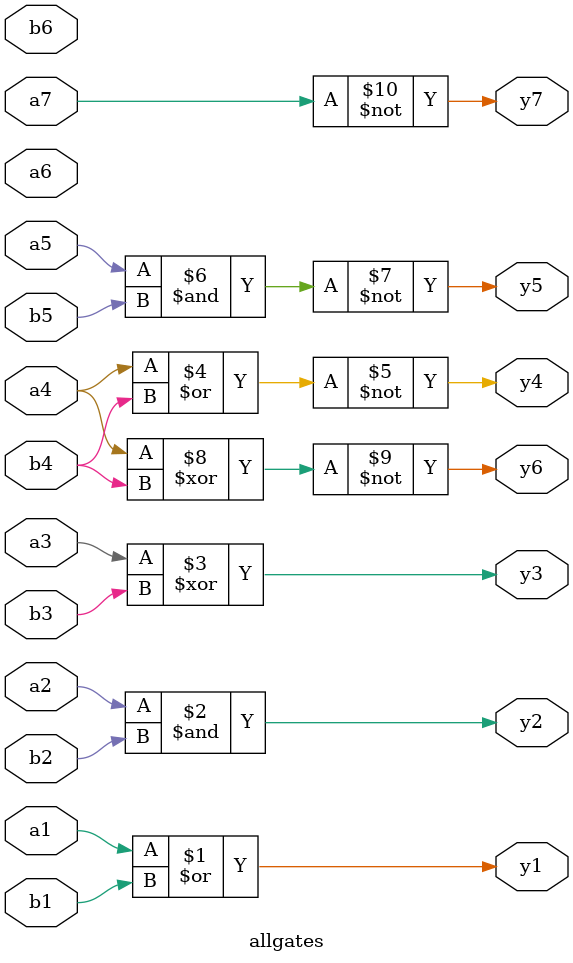
<source format=v>
`timescale 1ns / 1ps
module allgates(
    input a1,
    input b1,
    input a2,
    input b2,
    input a3,
    input b3,
    input a4,
    input b4,
    input a5,
    input b5,
    input a6,
    input b6,
    input a7,
    output y1,
    output y2,
    output y3,
    output y4,
    output y5,
    output y6,
    output y7
    );
    assign y1 = a1 | b1 ;
	 assign y2 = a2 & b2 ;
	 assign y3 = a3 ^ b3 ;
	 assign y4 = ~ ( a4 | b4 ) ;
	 assign y5 = ~ ( a5 & b5 ) ;
	 assign y6 = ~ ( a4 ^ b4 ) ;
	 assign y7 = ~ a7 ;
	 

endmodule

</source>
